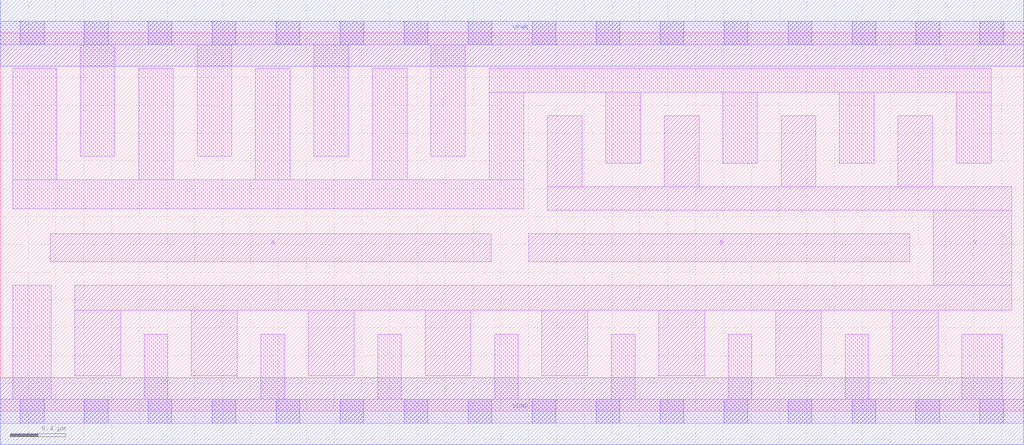
<source format=lef>
# Copyright 2020 The SkyWater PDK Authors
#
# Licensed under the Apache License, Version 2.0 (the "License");
# you may not use this file except in compliance with the License.
# You may obtain a copy of the License at
#
#     https://www.apache.org/licenses/LICENSE-2.0
#
# Unless required by applicable law or agreed to in writing, software
# distributed under the License is distributed on an "AS IS" BASIS,
# WITHOUT WARRANTIES OR CONDITIONS OF ANY KIND, either express or implied.
# See the License for the specific language governing permissions and
# limitations under the License.
#
# SPDX-License-Identifier: Apache-2.0

VERSION 5.7 ;
  NAMESCASESENSITIVE ON ;
  NOWIREEXTENSIONATPIN ON ;
  DIVIDERCHAR "/" ;
  BUSBITCHARS "[]" ;
UNITS
  DATABASE MICRONS 200 ;
END UNITS
MACRO sky130_fd_sc_hd__nor2_8
  CLASS CORE ;
  SOURCE USER ;
  FOREIGN sky130_fd_sc_hd__nor2_8 ;
  ORIGIN  0.000000  0.000000 ;
  SIZE  7.360000 BY  2.720000 ;
  SYMMETRY X Y R90 ;
  SITE unithd ;
  PIN A
    ANTENNAGATEAREA  1.980000 ;
    DIRECTION INPUT ;
    USE SIGNAL ;
    PORT
      LAYER li1 ;
        RECT 0.360000 1.075000 3.530000 1.275000 ;
    END
  END A
  PIN B
    ANTENNAGATEAREA  1.980000 ;
    DIRECTION INPUT ;
    USE SIGNAL ;
    PORT
      LAYER li1 ;
        RECT 3.800000 1.075000 6.540000 1.275000 ;
    END
  END B
  PIN Y
    ANTENNADIFFAREA  2.484000 ;
    DIRECTION OUTPUT ;
    USE SIGNAL ;
    PORT
      LAYER li1 ;
        RECT 0.535000 0.255000 0.865000 0.725000 ;
        RECT 0.535000 0.725000 7.275000 0.905000 ;
        RECT 1.375000 0.255000 1.705000 0.725000 ;
        RECT 2.215000 0.255000 2.545000 0.725000 ;
        RECT 3.055000 0.255000 3.385000 0.725000 ;
        RECT 3.895000 0.255000 4.225000 0.725000 ;
        RECT 3.935000 1.445000 7.275000 1.615000 ;
        RECT 3.935000 1.615000 4.185000 2.125000 ;
        RECT 4.735000 0.255000 5.065000 0.725000 ;
        RECT 4.775000 1.615000 5.025000 2.125000 ;
        RECT 5.575000 0.255000 5.905000 0.725000 ;
        RECT 5.615000 1.615000 5.865000 2.125000 ;
        RECT 6.415000 0.255000 6.745000 0.725000 ;
        RECT 6.455000 1.615000 6.705000 2.125000 ;
        RECT 6.710000 0.905000 7.275000 1.445000 ;
    END
  END Y
  PIN VGND
    DIRECTION INOUT ;
    SHAPE ABUTMENT ;
    USE GROUND ;
    PORT
      LAYER met1 ;
        RECT 0.000000 -0.240000 7.360000 0.240000 ;
    END
  END VGND
  PIN VPWR
    DIRECTION INOUT ;
    SHAPE ABUTMENT ;
    USE POWER ;
    PORT
      LAYER met1 ;
        RECT 0.000000 2.480000 7.360000 2.960000 ;
    END
  END VPWR
  OBS
    LAYER li1 ;
      RECT 0.000000 -0.085000 7.360000 0.085000 ;
      RECT 0.000000  2.635000 7.360000 2.805000 ;
      RECT 0.090000  0.085000 0.365000 0.905000 ;
      RECT 0.090000  1.455000 3.765000 1.665000 ;
      RECT 0.090000  1.665000 0.405000 2.465000 ;
      RECT 0.575000  1.835000 0.825000 2.635000 ;
      RECT 0.995000  1.665000 1.245000 2.465000 ;
      RECT 1.035000  0.085000 1.205000 0.555000 ;
      RECT 1.415000  1.835000 1.665000 2.635000 ;
      RECT 1.835000  1.665000 2.085000 2.465000 ;
      RECT 1.875000  0.085000 2.045000 0.555000 ;
      RECT 2.255000  1.835000 2.505000 2.635000 ;
      RECT 2.675000  1.665000 2.925000 2.465000 ;
      RECT 2.715000  0.085000 2.885000 0.555000 ;
      RECT 3.095000  1.835000 3.345000 2.635000 ;
      RECT 3.515000  1.665000 3.765000 2.295000 ;
      RECT 3.515000  2.295000 7.125000 2.465000 ;
      RECT 3.555000  0.085000 3.725000 0.555000 ;
      RECT 4.355000  1.785000 4.605000 2.295000 ;
      RECT 4.395000  0.085000 4.565000 0.555000 ;
      RECT 5.195000  1.785000 5.445000 2.295000 ;
      RECT 5.235000  0.085000 5.405000 0.555000 ;
      RECT 6.035000  1.785000 6.285000 2.295000 ;
      RECT 6.075000  0.085000 6.245000 0.555000 ;
      RECT 6.875000  1.785000 7.125000 2.295000 ;
      RECT 6.915000  0.085000 7.205000 0.555000 ;
    LAYER mcon ;
      RECT 0.145000 -0.085000 0.315000 0.085000 ;
      RECT 0.145000  2.635000 0.315000 2.805000 ;
      RECT 0.605000 -0.085000 0.775000 0.085000 ;
      RECT 0.605000  2.635000 0.775000 2.805000 ;
      RECT 1.065000 -0.085000 1.235000 0.085000 ;
      RECT 1.065000  2.635000 1.235000 2.805000 ;
      RECT 1.525000 -0.085000 1.695000 0.085000 ;
      RECT 1.525000  2.635000 1.695000 2.805000 ;
      RECT 1.985000 -0.085000 2.155000 0.085000 ;
      RECT 1.985000  2.635000 2.155000 2.805000 ;
      RECT 2.445000 -0.085000 2.615000 0.085000 ;
      RECT 2.445000  2.635000 2.615000 2.805000 ;
      RECT 2.905000 -0.085000 3.075000 0.085000 ;
      RECT 2.905000  2.635000 3.075000 2.805000 ;
      RECT 3.365000 -0.085000 3.535000 0.085000 ;
      RECT 3.365000  2.635000 3.535000 2.805000 ;
      RECT 3.825000 -0.085000 3.995000 0.085000 ;
      RECT 3.825000  2.635000 3.995000 2.805000 ;
      RECT 4.285000 -0.085000 4.455000 0.085000 ;
      RECT 4.285000  2.635000 4.455000 2.805000 ;
      RECT 4.745000 -0.085000 4.915000 0.085000 ;
      RECT 4.745000  2.635000 4.915000 2.805000 ;
      RECT 5.205000 -0.085000 5.375000 0.085000 ;
      RECT 5.205000  2.635000 5.375000 2.805000 ;
      RECT 5.665000 -0.085000 5.835000 0.085000 ;
      RECT 5.665000  2.635000 5.835000 2.805000 ;
      RECT 6.125000 -0.085000 6.295000 0.085000 ;
      RECT 6.125000  2.635000 6.295000 2.805000 ;
      RECT 6.585000 -0.085000 6.755000 0.085000 ;
      RECT 6.585000  2.635000 6.755000 2.805000 ;
      RECT 7.045000 -0.085000 7.215000 0.085000 ;
      RECT 7.045000  2.635000 7.215000 2.805000 ;
  END
END sky130_fd_sc_hd__nor2_8

</source>
